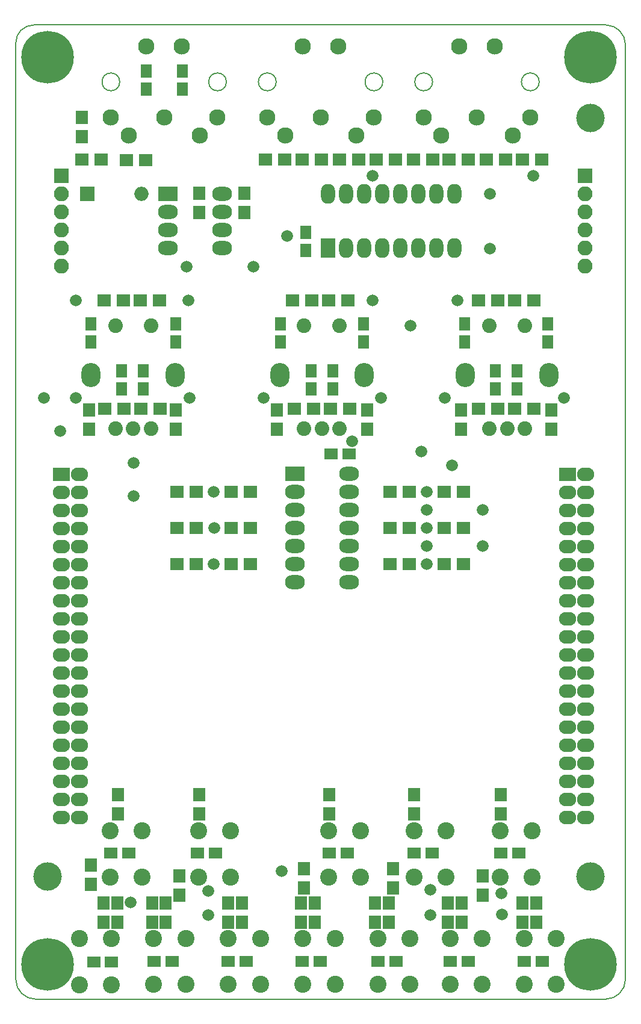
<source format=gbr>
G04 #@! TF.FileFunction,Soldermask,Bot*
%FSLAX46Y46*%
G04 Gerber Fmt 4.6, Leading zero omitted, Abs format (unit mm)*
G04 Created by KiCad (PCBNEW 4.0.6-e0-6349~53~ubuntu16.04.1) date Sat Aug 19 19:33:35 2017*
%MOMM*%
%LPD*%
G01*
G04 APERTURE LIST*
%ADD10C,0.100000*%
%ADD11C,0.150000*%
%ADD12R,2.400000X1.924000*%
%ADD13O,2.400000X1.924000*%
%ADD14C,2.300000*%
%ADD15O,2.700000X3.400000*%
%ADD16C,2.050000*%
%ADD17R,1.650000X1.900000*%
%ADD18R,1.900000X1.650000*%
%ADD19R,2.800000X2.000000*%
%ADD20O,2.800000X2.000000*%
%ADD21R,2.000000X2.800000*%
%ADD22O,2.000000X2.800000*%
%ADD23C,2.400000*%
%ADD24R,2.100000X2.100000*%
%ADD25O,2.100000X2.100000*%
%ADD26R,2.000000X2.000000*%
%ADD27O,2.000000X2.000000*%
%ADD28R,1.900000X1.700000*%
%ADD29R,1.700000X1.900000*%
%ADD30C,7.400000*%
%ADD31C,4.000000*%
%ADD32C,1.670000*%
G04 APERTURE END LIST*
D10*
D11*
X115125000Y-33750000D02*
G75*
G03X115125000Y-33750000I-1250000J0D01*
G01*
X100125000Y-33750000D02*
G75*
G03X100125000Y-33750000I-1250000J0D01*
G01*
X93125000Y-33750000D02*
G75*
G03X93125000Y-33750000I-1250000J0D01*
G01*
X78125000Y-33750000D02*
G75*
G03X78125000Y-33750000I-1250000J0D01*
G01*
X56125000Y-33750000D02*
G75*
G03X56125000Y-33750000I-1250000J0D01*
G01*
X71125000Y-33750000D02*
G75*
G03X71125000Y-33750000I-1250000J0D01*
G01*
X124500000Y-162750000D02*
G75*
G03X127250000Y-160000000I0J2750000D01*
G01*
X44250000Y-162750000D02*
X124500000Y-162750000D01*
X127250000Y-28500000D02*
X127250000Y-160000000D01*
X127250000Y-28500000D02*
G75*
G03X124500000Y-25750000I-2750000J0D01*
G01*
X44000000Y-25750000D02*
X124500000Y-25750000D01*
X44000000Y-25750000D02*
G75*
G03X41500000Y-28250000I0J-2500000D01*
G01*
X41500000Y-160000000D02*
X41500000Y-28250000D01*
X41500000Y-160000000D02*
G75*
G03X44250000Y-162750000I2750000J0D01*
G01*
D12*
X119126000Y-88995000D03*
D13*
X121666000Y-88995000D03*
X119126000Y-101695000D03*
X121666000Y-91535000D03*
X119126000Y-104235000D03*
X121666000Y-94075000D03*
X119126000Y-106775000D03*
X121666000Y-96615000D03*
X119126000Y-109315000D03*
X121666000Y-99155000D03*
X119126000Y-111855000D03*
X121666000Y-101695000D03*
X119126000Y-114395000D03*
X121666000Y-104235000D03*
X119126000Y-116935000D03*
X121666000Y-106775000D03*
X119126000Y-119475000D03*
X121666000Y-109315000D03*
X119126000Y-122015000D03*
X121666000Y-111855000D03*
X119126000Y-124555000D03*
X121666000Y-114395000D03*
X119126000Y-127095000D03*
X121666000Y-116935000D03*
X121666000Y-119475000D03*
X119126000Y-129635000D03*
X121666000Y-122015000D03*
X121666000Y-127095000D03*
X121666000Y-129635000D03*
X121666000Y-132175000D03*
X121666000Y-134715000D03*
X119126000Y-132175000D03*
X119126000Y-134715000D03*
X119126000Y-91535000D03*
X119126000Y-94075000D03*
X119126000Y-96615000D03*
X119126000Y-99155000D03*
X119126000Y-137255000D03*
X121666000Y-137255000D03*
X121666000Y-124555000D03*
D14*
X54875000Y-38750000D03*
X57375000Y-41250000D03*
X62375000Y-38750000D03*
X67375000Y-41250000D03*
X69875000Y-38750000D03*
X64875000Y-28750000D03*
X59875000Y-28750000D03*
X76875000Y-38750000D03*
X79375000Y-41250000D03*
X84375000Y-38750000D03*
X89375000Y-41250000D03*
X91875000Y-38750000D03*
X86875000Y-28750000D03*
X81875000Y-28750000D03*
X98875000Y-38750000D03*
X101375000Y-41250000D03*
X106375000Y-38750000D03*
X111375000Y-41250000D03*
X113875000Y-38750000D03*
X108875000Y-28750000D03*
X103875000Y-28750000D03*
D15*
X52100000Y-75000000D03*
D16*
X55500000Y-82500000D03*
X60500000Y-82500000D03*
X58000000Y-82500000D03*
X55500000Y-68000000D03*
X60500000Y-68000000D03*
D15*
X63900000Y-75000000D03*
X78669500Y-75000000D03*
D16*
X82069500Y-82500000D03*
X87069500Y-82500000D03*
X84569500Y-82500000D03*
X82069500Y-68000000D03*
X87069500Y-68000000D03*
D15*
X90469500Y-75000000D03*
X104715000Y-75000000D03*
D16*
X108115000Y-82500000D03*
X113115000Y-82500000D03*
X110615000Y-82500000D03*
X108115000Y-68000000D03*
X113115000Y-68000000D03*
D15*
X116515000Y-75000000D03*
D17*
X59811000Y-32246000D03*
X59811000Y-34746000D03*
X64891000Y-34746000D03*
X64891000Y-32246000D03*
X82296000Y-54928200D03*
X82296000Y-57428200D03*
X52038000Y-67806000D03*
X52038000Y-70306000D03*
X56372000Y-76910000D03*
X56372000Y-74410000D03*
X59420000Y-76910000D03*
X59420000Y-74410000D03*
X63976000Y-70306000D03*
X63976000Y-67806000D03*
X78740000Y-67806000D03*
X78740000Y-70306000D03*
X83058000Y-76910000D03*
X83058000Y-74410000D03*
X86106000Y-76910000D03*
X86106000Y-74410000D03*
X90424000Y-70306000D03*
X90424000Y-67806000D03*
X104664000Y-67806000D03*
X104664000Y-70306000D03*
X108982000Y-76910000D03*
X108982000Y-74410000D03*
X112030000Y-76910000D03*
X112030000Y-74410000D03*
X116348000Y-70306000D03*
X116348000Y-67806000D03*
D18*
X88372000Y-86106000D03*
X85872000Y-86106000D03*
X54971000Y-157575000D03*
X52471000Y-157575000D03*
X54884000Y-142208000D03*
X57384000Y-142208000D03*
X60980000Y-157448000D03*
X63480000Y-157448000D03*
X67076000Y-142208000D03*
X69576000Y-142208000D03*
X71394000Y-157448000D03*
X73894000Y-157448000D03*
X81808000Y-157448000D03*
X84308000Y-157448000D03*
X85618000Y-142208000D03*
X88118000Y-142208000D03*
X92476000Y-157448000D03*
X94976000Y-157448000D03*
X97556000Y-142208000D03*
X100056000Y-142208000D03*
X102636000Y-157448000D03*
X105136000Y-157448000D03*
X109748000Y-142208000D03*
X112248000Y-142208000D03*
X113050000Y-157448000D03*
X115550000Y-157448000D03*
D19*
X80772000Y-88868000D03*
D20*
X88392000Y-104108000D03*
X80772000Y-91408000D03*
X88392000Y-101568000D03*
X80772000Y-93948000D03*
X88392000Y-99028000D03*
X80772000Y-96488000D03*
X88392000Y-96488000D03*
X80772000Y-99028000D03*
X88392000Y-93948000D03*
X80772000Y-101568000D03*
X88392000Y-91408000D03*
X80772000Y-104108000D03*
X88392000Y-88868000D03*
D21*
X85380000Y-57120000D03*
D22*
X103160000Y-49500000D03*
X87920000Y-57120000D03*
X100620000Y-49500000D03*
X90460000Y-57120000D03*
X98080000Y-49500000D03*
X93000000Y-57120000D03*
X95540000Y-49500000D03*
X95540000Y-57120000D03*
X93000000Y-49500000D03*
X98080000Y-57120000D03*
X90460000Y-49500000D03*
X100620000Y-57120000D03*
X87920000Y-49500000D03*
X103160000Y-57120000D03*
X85380000Y-49500000D03*
D19*
X62880000Y-49460000D03*
D20*
X70500000Y-57080000D03*
X62880000Y-52000000D03*
X70500000Y-54540000D03*
X62880000Y-54540000D03*
X70500000Y-52000000D03*
X62880000Y-57080000D03*
X70500000Y-49460000D03*
D23*
X117500000Y-160700000D03*
X113000000Y-160700000D03*
X117500000Y-154200000D03*
X113000000Y-154200000D03*
X114100000Y-145600000D03*
X109600000Y-145600000D03*
X114100000Y-139100000D03*
X109600000Y-139100000D03*
X107100000Y-160700000D03*
X102600000Y-160700000D03*
X107100000Y-154200000D03*
X102600000Y-154200000D03*
X102000000Y-145600000D03*
X97500000Y-145600000D03*
X102000000Y-139100000D03*
X97500000Y-139100000D03*
X96956000Y-160700000D03*
X92456000Y-160700000D03*
X96956000Y-154200000D03*
X92456000Y-154200000D03*
X90000000Y-145600000D03*
X85500000Y-145600000D03*
X90000000Y-139100000D03*
X85500000Y-139100000D03*
X86400000Y-160700000D03*
X81900000Y-160700000D03*
X86400000Y-154200000D03*
X81900000Y-154200000D03*
X75900000Y-160700000D03*
X71400000Y-160700000D03*
X75900000Y-154200000D03*
X71400000Y-154200000D03*
X71700000Y-145600000D03*
X67200000Y-145600000D03*
X71700000Y-139100000D03*
X67200000Y-139100000D03*
X65400000Y-160700000D03*
X60900000Y-160700000D03*
X65400000Y-154200000D03*
X60900000Y-154200000D03*
X59300000Y-145600000D03*
X54800000Y-145600000D03*
X59300000Y-139100000D03*
X54800000Y-139100000D03*
X50419000Y-154273000D03*
X54919000Y-154273000D03*
X50419000Y-160773000D03*
X54919000Y-160773000D03*
D24*
X121539000Y-47000000D03*
D25*
X121539000Y-49540000D03*
X121539000Y-52080000D03*
X121539000Y-54620000D03*
X121539000Y-57160000D03*
X121539000Y-59700000D03*
D24*
X47879000Y-47000000D03*
D25*
X47879000Y-49540000D03*
X47879000Y-52080000D03*
X47879000Y-54620000D03*
X47879000Y-57160000D03*
X47879000Y-59700000D03*
D26*
X51562000Y-49530000D03*
D27*
X59182000Y-49530000D03*
D28*
X94870000Y-44672000D03*
X92170000Y-44672000D03*
D29*
X50800000Y-41450000D03*
X50800000Y-38750000D03*
D28*
X115475000Y-44672000D03*
X112775000Y-44672000D03*
D29*
X114706400Y-151940000D03*
X114706400Y-149240000D03*
X109728000Y-136700000D03*
X109728000Y-134000000D03*
X104190800Y-151940000D03*
X104190800Y-149240000D03*
X97536000Y-136700000D03*
X97536000Y-134000000D03*
X112776000Y-149240000D03*
X112776000Y-151940000D03*
X107188000Y-148130000D03*
X107188000Y-145430000D03*
X102260400Y-149240000D03*
X102260400Y-151940000D03*
X94526000Y-147114000D03*
X94526000Y-144414000D03*
X91998800Y-151940000D03*
X91998800Y-149240000D03*
X85598000Y-136700000D03*
X85598000Y-134000000D03*
X81635600Y-151940000D03*
X81635600Y-149240000D03*
X73304400Y-151940000D03*
X73304400Y-149240000D03*
X93954600Y-149240000D03*
X93954600Y-151940000D03*
X82042000Y-147114000D03*
X82042000Y-144414000D03*
X83566000Y-149240000D03*
X83566000Y-151940000D03*
X71374000Y-149240000D03*
X71374000Y-151940000D03*
X67310000Y-136700000D03*
X67310000Y-134000000D03*
X60706000Y-151940000D03*
X60706000Y-149240000D03*
X55864000Y-136700000D03*
X55864000Y-134000000D03*
X53834800Y-151940000D03*
X53834800Y-149240000D03*
X64465200Y-148130000D03*
X64465200Y-145430000D03*
X62534800Y-149240000D03*
X62534800Y-151940000D03*
X52070000Y-146606000D03*
X52070000Y-143906000D03*
X55816000Y-149240000D03*
X55816000Y-151940000D03*
D28*
X104474000Y-101568000D03*
X101774000Y-101568000D03*
X96854000Y-101568000D03*
X94154000Y-101568000D03*
X114396000Y-79724000D03*
X111696000Y-79724000D03*
X111696000Y-64484000D03*
X114396000Y-64484000D03*
X104474000Y-96488000D03*
X101774000Y-96488000D03*
X106616000Y-79724000D03*
X109316000Y-79724000D03*
X96854000Y-96488000D03*
X94154000Y-96488000D03*
X106616000Y-64484000D03*
X109316000Y-64484000D03*
D29*
X116856000Y-79898000D03*
X116856000Y-82598000D03*
X104156000Y-79898000D03*
X104156000Y-82598000D03*
D28*
X104474000Y-91408000D03*
X101774000Y-91408000D03*
X96854000Y-91408000D03*
X94154000Y-91408000D03*
X88472000Y-79724000D03*
X85772000Y-79724000D03*
X85518000Y-64484000D03*
X88218000Y-64484000D03*
X64182000Y-101568000D03*
X66882000Y-101568000D03*
X80692000Y-79724000D03*
X83392000Y-79724000D03*
X71802000Y-101568000D03*
X74502000Y-101568000D03*
X80438000Y-64484000D03*
X83138000Y-64484000D03*
D29*
X90932000Y-79898000D03*
X90932000Y-82598000D03*
X78232000Y-79898000D03*
X78232000Y-82598000D03*
D28*
X64182000Y-91408000D03*
X66882000Y-91408000D03*
X71802000Y-91408000D03*
X74502000Y-91408000D03*
X61770000Y-79724000D03*
X59070000Y-79724000D03*
X59006000Y-64484000D03*
X61706000Y-64484000D03*
X64182000Y-96488000D03*
X66882000Y-96488000D03*
X53990000Y-79724000D03*
X56690000Y-79724000D03*
X71802000Y-96488000D03*
X74502000Y-96488000D03*
X53926000Y-64484000D03*
X56626000Y-64484000D03*
D29*
X63976000Y-79898000D03*
X63976000Y-82598000D03*
X51784000Y-79898000D03*
X51784000Y-82598000D03*
D28*
X102425000Y-44672000D03*
X105125000Y-44672000D03*
X81764000Y-44672000D03*
X84464000Y-44672000D03*
D29*
X73660000Y-52102000D03*
X73660000Y-49402000D03*
X67310000Y-49402000D03*
X67310000Y-52102000D03*
D28*
X100156000Y-44672000D03*
X97456000Y-44672000D03*
X110375333Y-44672000D03*
X107675333Y-44672000D03*
X79328000Y-44672000D03*
X76628000Y-44672000D03*
X53500000Y-44672000D03*
X50800000Y-44672000D03*
X89750000Y-44672000D03*
X87050000Y-44672000D03*
X57070000Y-44722000D03*
X59770000Y-44722000D03*
D30*
X45974000Y-30320200D03*
X122301000Y-30320200D03*
X45974000Y-157853600D03*
X122301000Y-157853600D03*
D31*
X122300000Y-38830000D03*
X122300000Y-145510000D03*
X45974000Y-145510000D03*
D12*
X47879000Y-88995000D03*
D13*
X50419000Y-88995000D03*
X47879000Y-101695000D03*
X50419000Y-91535000D03*
X47879000Y-104235000D03*
X50419000Y-94075000D03*
X47879000Y-106775000D03*
X50419000Y-96615000D03*
X47879000Y-109315000D03*
X50419000Y-99155000D03*
X47879000Y-111855000D03*
X50419000Y-101695000D03*
X47879000Y-114395000D03*
X50419000Y-104235000D03*
X47879000Y-116935000D03*
X50419000Y-106775000D03*
X47879000Y-119475000D03*
X50419000Y-109315000D03*
X47879000Y-122015000D03*
X50419000Y-111855000D03*
X47879000Y-124555000D03*
X50419000Y-114395000D03*
X47879000Y-127095000D03*
X50419000Y-116935000D03*
X50419000Y-119475000D03*
X47879000Y-129635000D03*
X50419000Y-122015000D03*
X50419000Y-127095000D03*
X50419000Y-129635000D03*
X50419000Y-132175000D03*
X50419000Y-134715000D03*
X47879000Y-132175000D03*
X47879000Y-134715000D03*
X47879000Y-91535000D03*
X47879000Y-94075000D03*
X47879000Y-96615000D03*
X47879000Y-99155000D03*
X47879000Y-137255000D03*
X50419000Y-137255000D03*
X50419000Y-124555000D03*
D32*
X88775000Y-84328000D03*
X74930000Y-59784998D03*
X65532000Y-59784994D03*
X101853998Y-78200000D03*
X45466000Y-78200000D03*
X118618000Y-78200000D03*
X92837000Y-78200000D03*
X76327000Y-78200000D03*
X49911002Y-78200000D03*
X65913000Y-78200000D03*
X78867002Y-144780000D03*
X103614010Y-64484000D03*
X57658000Y-149193000D03*
X79654400Y-55390800D03*
X49911002Y-64484000D03*
X114300000Y-46958000D03*
X91694000Y-46958000D03*
X109855000Y-150844000D03*
X109808000Y-147923000D03*
X99822000Y-150971000D03*
X99822000Y-147415000D03*
X68580000Y-150971000D03*
X68580000Y-147542000D03*
X58039000Y-92043000D03*
X58039000Y-87344000D03*
X107188000Y-93948000D03*
X99314000Y-93948000D03*
X107188000Y-99028000D03*
X99314000Y-99028000D03*
X47752000Y-82899000D03*
X102870006Y-87725000D03*
X108202000Y-57243000D03*
X108202000Y-49500000D03*
X97014010Y-68040000D03*
X69392800Y-96488000D03*
X65786000Y-64484000D03*
X69342000Y-91408000D03*
X69342000Y-101568000D03*
X91694000Y-64484000D03*
X99314000Y-91408000D03*
X99314000Y-96488000D03*
X98552000Y-85725000D03*
X99314000Y-101568000D03*
M02*

</source>
